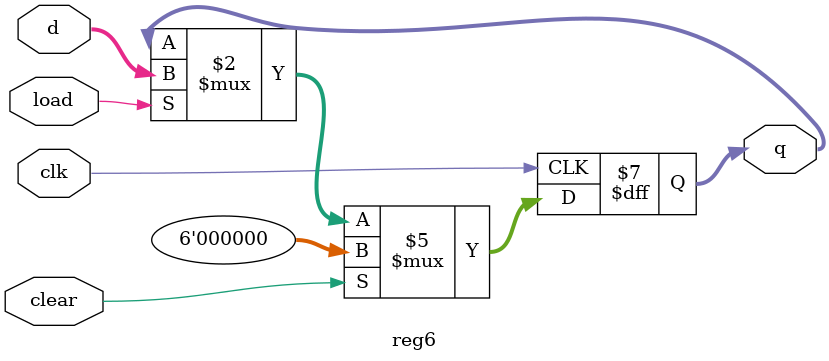
<source format=v>
module reg6 # (parameter WIDTH = 6)
(input clk, clear, load,
input [WIDTH-1:0] d,
output reg [WIDTH-1:0] q);
always @ (posedge clk) begin
	if (clear) q <= 0;
	else if (load) q <= d;
end

endmodule
</source>
